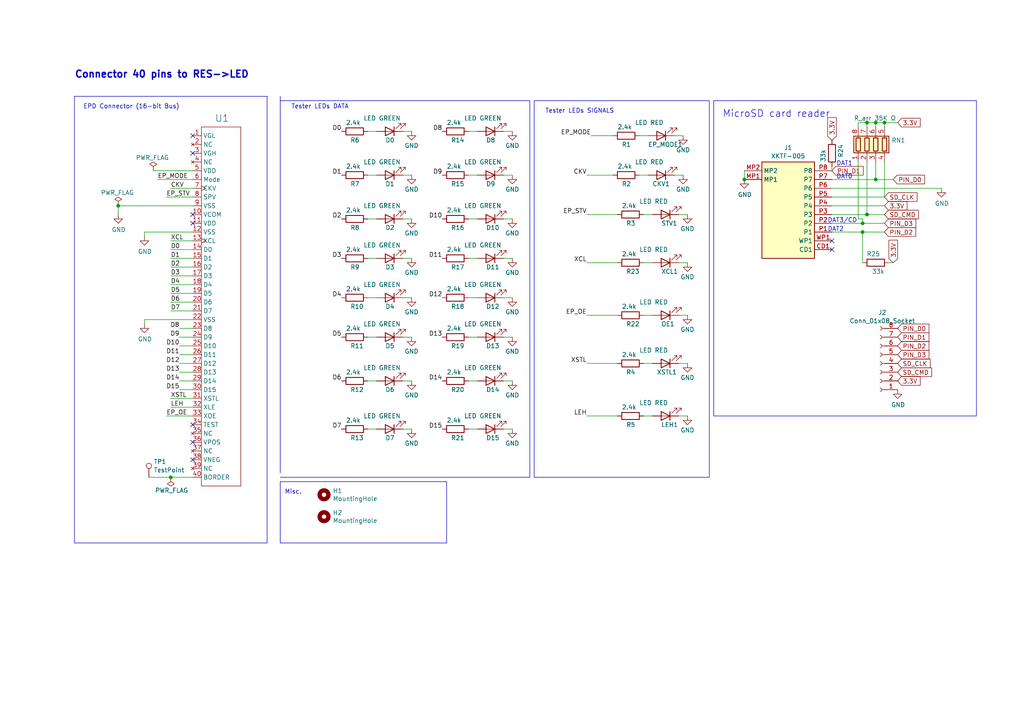
<source format=kicad_sch>
(kicad_sch (version 20230121) (generator eeschema)
  (paper "A4")
  (title_block (title "40 pins to 16 bit signals tester (16 data IO + LEH,etc)") (date "2023-10-21") (rev "1.0") (company "FASANI CORP."))
  (lib_symbols
    (symbol "Connector:Conn_01x08_Socket" (pin_names (offset 1.016) hide)
      (property "Reference" "J" (at 0 10.16 0))
      (property "Value" "Conn_01x08_Socket" (at 0 -12.7 0))
      (symbol "Conn_01x08_Socket_1_1"
        (arc (start 0 -9.652) (mid -0.5058 -10.16) (end 0 -10.668) (stroke (width 0.1524)))
        (arc (start 0 -7.112) (mid -0.5058 -7.62) (end 0 -8.128) (stroke (width 0.1524)))
        (arc (start 0 -4.572) (mid -0.5058 -5.08) (end 0 -5.588) (stroke (width 0.1524)))
        (arc (start 0 -2.032) (mid -0.5058 -2.54) (end 0 -3.048) (stroke (width 0.1524)))
        (polyline (pts (xy -1.27 -10.16) (xy -0.508 -10.16)) (stroke (width 0.1524)))
        (polyline (pts (xy -1.27 -7.62) (xy -0.508 -7.62)) (stroke (width 0.1524)))
        (polyline (pts (xy -1.27 -5.08) (xy -0.508 -5.08)) (stroke (width 0.1524)))
        (polyline (pts (xy -1.27 -2.54) (xy -0.508 -2.54)) (stroke (width 0.1524)))
        (polyline (pts (xy -1.27 0) (xy -0.508 0)) (stroke (width 0.1524)))
        (polyline (pts (xy -1.27 2.54) (xy -0.508 2.54)) (stroke (width 0.1524)))
        (polyline (pts (xy -1.27 5.08) (xy -0.508 5.08)) (stroke (width 0.1524)))
        (polyline (pts (xy -1.27 7.62) (xy -0.508 7.62)) (stroke (width 0.1524)))
        (arc (start 0 0.508) (mid -0.5058 0) (end 0 -0.508) (stroke (width 0.1524)))
        (arc (start 0 3.048) (mid -0.5058 2.54) (end 0 2.032) (stroke (width 0.1524)))
        (arc (start 0 5.588) (mid -0.5058 5.08) (end 0 4.572) (stroke (width 0.1524)))
        (arc (start 0 8.128) (mid -0.5058 7.62) (end 0 7.112) (stroke (width 0.1524)))
        (pin passive line (at -5.08 7.62 0) (length 3.81) (name "Pin_1") (number "1"))
        (pin passive line (at -5.08 5.08 0) (length 3.81) (name "Pin_2") (number "2"))
        (pin passive line (at -5.08 2.54 0) (length 3.81) (name "Pin_3") (number "3"))
        (pin passive line (at -5.08 0 0) (length 3.81) (name "Pin_4") (number "4"))
        (pin passive line (at -5.08 -2.54 0) (length 3.81) (name "Pin_5") (number "5"))
        (pin passive line (at -5.08 -5.08 0) (length 3.81) (name "Pin_6") (number "6"))
        (pin passive line (at -5.08 -7.62 0) (length 3.81) (name "Pin_7") (number "7"))
        (pin passive line (at -5.08 -10.16 0) (length 3.81) (name "Pin_8") (number "8"))
      )
    )
    (symbol "Connector:TestPoint" (pin_numbers hide) (pin_names (offset 0.762) hide)
      (property "Reference" "TP" (at 0 6.858 0))
      (property "Value" "TestPoint" (at 0 5.08 0))
      (symbol "TestPoint_0_1"
        (circle (center 0 3.302) (radius 0.762))
      )
      (symbol "TestPoint_1_1"
        (pin passive line (at 0 0 90) (length 2.54) (name "1") (number "1"))
      )
    )
    (symbol "Device:LED" (pin_numbers hide) (pin_names (offset 1.016) hide)
      (property "Reference" "D" (at 0 2.54 0))
      (property "Value" "LED" (at 0 -2.54 0))
      (symbol "LED_0_1"
        (polyline (pts (xy -1.27 -1.27) (xy -1.27 1.27)) (stroke (width 0.254)))
        (polyline (pts (xy -1.27 0) (xy 1.27 0)))
        (polyline (pts (xy 1.27 -1.27) (xy 1.27 1.27) (xy -1.27 0) (xy 1.27 -1.27)) (stroke (width 0.254)))
        (polyline (pts (xy -3.048 -0.762) (xy -4.572 -2.286) (xy -3.81 -2.286) (xy -4.572 -2.286) (xy -4.572 -1.524)))
        (polyline (pts (xy -1.778 -0.762) (xy -3.302 -2.286) (xy -2.54 -2.286) (xy -3.302 -2.286) (xy -3.302 -1.524)))
      )
      (symbol "LED_1_1"
        (pin passive line (at -3.81 0 0) (length 2.54) (name "K") (number "1"))
        (pin passive line (at 3.81 0 180) (length 2.54) (name "A") (number "2"))
      )
    )
    (symbol "Device:R" (pin_numbers hide) (pin_names (offset 0))
      (property "Reference" "R" (at 2.032 0 90))
      (property "Value" "R" (at 0 0 90))
      (symbol "R_0_1"
        (rectangle (start -1.016 -2.54) (end 1.016 2.54) (stroke (width 0.254)))
      )
      (symbol "R_1_1"
        (pin passive line (at 0 3.81 270) (length 1.27) (name "~") (number "1"))
        (pin passive line (at 0 -3.81 90) (length 1.27) (name "~") (number "2"))
      )
    )
    (symbol "Device:R_Pack04" (pin_names (offset 0) hide)
      (property "Reference" "RN" (at -7.62 0 90))
      (property "Value" "R_Pack04" (at 5.08 0 90))
      (symbol "R_Pack04_0_1"
        (rectangle (start -6.35 -2.413) (end 3.81 2.413) (stroke (width 0.254)) (fill (type background)))
        (rectangle (start -5.715 1.905) (end -4.445 -1.905) (stroke (width 0.254)))
        (rectangle (start -3.175 1.905) (end -1.905 -1.905) (stroke (width 0.254)))
        (rectangle (start -0.635 1.905) (end 0.635 -1.905) (stroke (width 0.254)))
        (polyline (pts (xy -5.08 -2.54) (xy -5.08 -1.905)))
        (polyline (pts (xy -5.08 1.905) (xy -5.08 2.54)))
        (polyline (pts (xy -2.54 -2.54) (xy -2.54 -1.905)))
        (polyline (pts (xy -2.54 1.905) (xy -2.54 2.54)))
        (polyline (pts (xy 0 -2.54) (xy 0 -1.905)))
        (polyline (pts (xy 0 1.905) (xy 0 2.54)))
        (polyline (pts (xy 2.54 -2.54) (xy 2.54 -1.905)))
        (polyline (pts (xy 2.54 1.905) (xy 2.54 2.54)))
        (rectangle (start 1.905 1.905) (end 3.175 -1.905) (stroke (width 0.254)))
      )
      (symbol "R_Pack04_1_1"
        (pin passive line (at -5.08 -5.08 90) (length 2.54) (name "R1.1") (number "1"))
        (pin passive line (at -2.54 -5.08 90) (length 2.54) (name "R2.1") (number "2"))
        (pin passive line (at 0 -5.08 90) (length 2.54) (name "R3.1") (number "3"))
        (pin passive line (at 2.54 -5.08 90) (length 2.54) (name "R4.1") (number "4"))
        (pin passive line (at 2.54 5.08 270) (length 2.54) (name "R4.2") (number "5"))
        (pin passive line (at 0 5.08 270) (length 2.54) (name "R3.2") (number "6"))
        (pin passive line (at -2.54 5.08 270) (length 2.54) (name "R2.2") (number "7"))
        (pin passive line (at -5.08 5.08 270) (length 2.54) (name "R1.2") (number "8"))
      )
    )
    (symbol "Mechanical:MountingHole" (pin_names (offset 1.016))
      (property "Reference" "H" (at 0 5.08 0))
      (property "Value" "MountingHole" (at 0 3.175 0))
      (symbol "MountingHole_0_1"
        (circle (center 0 0) (radius 1.27) (stroke (width 1.27)))
      )
    )
    (symbol "epdiy:ED078KH6"
      (property "Reference" "U" (at 5.08 -104.14 0))
      (property "Value" "ED078KH6" (at 7.62 3.81 0))
      (symbol "ED078KH6_0_0"
        (pin power_in line (at 0 0 0) (length 2.54) (name "VGL") (number "1"))
        (pin power_in line (at 0 -22.86 0) (length 2.54) (name "VCOM") (number "10"))
        (pin power_in line (at 0 -25.4 0) (length 2.54) (name "VDD") (number "11"))
        (pin power_in line (at 0 -27.94 0) (length 2.54) (name "VSS") (number "12"))
        (pin input clock (at 0 -30.48 0) (length 2.54) (name "XCL") (number "13"))
        (pin input line (at 0 -33.02 0) (length 2.54) (name "D0") (number "14"))
        (pin input line (at 0 -35.56 0) (length 2.54) (name "D1") (number "15"))
        (pin input line (at 0 -38.1 0) (length 2.54) (name "D2") (number "16"))
        (pin input line (at 0 -40.64 0) (length 2.54) (name "D3") (number "17"))
        (pin input line (at 0 -43.18 0) (length 2.54) (name "D4") (number "18"))
        (pin input line (at 0 -45.72 0) (length 2.54) (name "D5") (number "19"))
        (pin no_connect line (at 0 -2.54 0) (length 2.54) (name "NC") (number "2"))
        (pin input line (at 0 -48.26 0) (length 2.54) (name "D6") (number "20"))
        (pin input line (at 0 -50.8 0) (length 2.54) (name "D7") (number "21"))
        (pin power_in line (at 0 -53.34 0) (length 2.54) (name "VSS") (number "22"))
        (pin input line (at 0 -55.88 0) (length 2.54) (name "D8") (number "23"))
        (pin input line (at 0 -58.42 0) (length 2.54) (name "D9") (number "24"))
        (pin input line (at 0 -60.96 0) (length 2.54) (name "D10") (number "25"))
        (pin input line (at 0 -63.5 0) (length 2.54) (name "D11") (number "26"))
        (pin input line (at 0 -66.04 0) (length 2.54) (name "D12") (number "27"))
        (pin input line (at 0 -68.58 0) (length 2.54) (name "D13") (number "28"))
        (pin input line (at 0 -71.12 0) (length 2.54) (name "D14") (number "29"))
        (pin power_in line (at 0 -5.08 0) (length 2.54) (name "VGH") (number "3"))
        (pin input line (at 0 -73.66 0) (length 2.54) (name "D15") (number "30"))
        (pin input line (at 0 -76.2 0) (length 2.54) (name "XSTL") (number "31"))
        (pin input line (at 0 -78.74 0) (length 2.54) (name "XLE") (number "32"))
        (pin input line (at 0 -81.28 0) (length 2.54) (name "XOE") (number "33"))
        (pin input line (at 0 -83.82 0) (length 2.54) (name "TEST") (number "34"))
        (pin no_connect line (at 0 -86.36 0) (length 2.54) (name "NC") (number "35"))
        (pin power_in line (at 0 -88.9 0) (length 2.54) (name "VPOS") (number "36"))
        (pin no_connect line (at 0 -91.44 0) (length 2.54) (name "NC") (number "37"))
        (pin power_in line (at 0 -93.98 0) (length 2.54) (name "VNEG") (number "38"))
        (pin no_connect line (at 0 -96.52 0) (length 2.54) (name "NC") (number "39"))
        (pin no_connect line (at 0 -7.62 0) (length 2.54) (name "NC") (number "4"))
        (pin power_in line (at 0 -99.06 0) (length 2.54) (name "BORDER") (number "40"))
        (pin power_in line (at 0 -10.16 0) (length 2.54) (name "VDD") (number "5"))
        (pin input line (at 0 -12.7 0) (length 2.54) (name "Mode") (number "6"))
        (pin input clock (at 0 -15.24 0) (length 2.54) (name "CKV") (number "7"))
        (pin input line (at 0 -17.78 0) (length 2.54) (name "SPV") (number "8"))
        (pin power_in line (at 0 -20.32 0) (length 2.54) (name "VSS") (number "9"))
      )
      (symbol "ED078KH6_0_1"
        (rectangle (start 2.54 2.54) (end 13.97 -101.6) (stroke (width 0.1524)))
      )
    )
    (symbol "microSD:XKTF-005"
      (property "Reference" "J" (at 21.59 7.62 0))
      (property "Value" "XKTF-005" (at 21.59 5.08 0))
      (symbol "XKTF-005_1_1"
        (rectangle (start 5.08 2.54) (end 20.32 -25.4) (stroke (width 0.254)) (fill (type background)))
        (pin passive line (at 25.4 -22.86 180) (length 5.08) (name "CD1") (number "CD1"))
        (pin passive line (at 0 -2.54 0) (length 5.08) (name "MP1") (number "MP1"))
        (pin passive line (at 0 0 0) (length 5.08) (name "MP2") (number "MP2"))
        (pin passive line (at 25.4 -17.78 180) (length 5.08) (name "P1") (number "P1"))
        (pin passive line (at 25.4 -15.24 180) (length 5.08) (name "P2") (number "P2"))
        (pin passive line (at 25.4 -12.7 180) (length 5.08) (name "P3") (number "P3"))
        (pin passive line (at 25.4 -10.16 180) (length 5.08) (name "P4") (number "P4"))
        (pin passive line (at 25.4 -7.62 180) (length 5.08) (name "P5") (number "P5"))
        (pin passive line (at 25.4 -5.08 180) (length 5.08) (name "P6") (number "P6"))
        (pin passive line (at 25.4 -2.54 180) (length 5.08) (name "P7") (number "P7"))
        (pin passive line (at 25.4 0 180) (length 5.08) (name "P8") (number "P8"))
        (pin passive line (at 25.4 -20.32 180) (length 5.08) (name "WP1") (number "WP1"))
      )
    )
    (symbol "power:GND" (power) (pin_names (offset 0))
      (property "Value" "GND" (at 0 -3.81 0))
      (symbol "GND_0_1"
        (polyline (pts (xy 0 0) (xy 0 -1.27) (xy 1.27 -1.27) (xy 0 -2.54) (xy -1.27 -1.27) (xy 0 -1.27)))
      )
      (symbol "GND_1_1"
        (pin power_in line (at 0 0 270) (length 0) hide (name "GND") (number "1"))
      )
    )
    (symbol "power:PWR_FLAG" (power) (pin_numbers hide) (pin_names (offset 0) hide)
      (property "Value" "PWR_FLAG" (at 0 3.81 0))
      (symbol "PWR_FLAG_0_0"
        (pin power_out line (at 0 0 90) (length 0) (name "pwr") (number "1"))
      )
      (symbol "PWR_FLAG_0_1"
        (polyline (pts (xy 0 0) (xy 0 1.27) (xy -1.016 1.905) (xy 0 2.54) (xy 1.016 1.905) (xy 0 1.27)))
      )
    )
  )
  (junction (at 251.46 35.56))
  (junction (at 215.9 52.07))
  (junction (at 256.54 35.56))
  (junction (at 251.46 62.23))
  (junction (at 49.53 138.43))
  (junction (at 254 52.07))
  (junction (at 250.19 67.31))
  (junction (at 254 35.56))
  (junction (at 250.19 64.77))
  (junction (at 34.29 59.69))
  (no_connect (at 241.3 72.39))
  (no_connect (at 55.88 133.35))
  (no_connect (at 55.88 39.37))
  (no_connect (at 241.3 69.85))
  (no_connect (at 55.88 62.23))
  (no_connect (at 55.88 128.27))
  (no_connect (at 55.88 123.19))
  (no_connect (at 55.88 44.45))
  (no_connect (at 55.88 64.77))
  (wire (pts (xy 250.19 67.31) (xy 241.3 67.31)))
  (wire (pts (xy 41.91 67.31) (xy 55.88 67.31)))
  (wire (pts (xy 148.59 124.46) (xy 146.05 124.46)))
  (wire (pts (xy 106.68 97.79) (xy 109.22 97.79)))
  (wire (pts (xy 256.54 67.31) (xy 250.19 67.31)))
  (wire (pts (xy 34.29 59.69) (xy 34.29 62.23)))
  (wire (pts (xy 135.89 97.79) (xy 138.43 97.79)))
  (wire (pts (xy 52.07 100.33) (xy 55.88 100.33)))
  (wire (pts (xy 52.07 105.41) (xy 55.88 105.41)))
  (wire (pts (xy 170.18 62.23) (xy 179.07 62.23)))
  (wire (pts (xy 49.53 54.61) (xy 55.88 54.61)))
  (wire (pts (xy 248.92 63.5) (xy 248.92 46.99)))
  (wire (pts (xy 135.89 50.8) (xy 138.43 50.8)))
  (wire (pts (xy 251.46 46.99) (xy 251.46 62.23)))
  (wire (pts (xy 49.53 87.63) (xy 55.88 87.63)))
  (wire (pts (xy 148.59 50.8) (xy 146.05 50.8)))
  (wire (pts (xy 251.46 35.56) (xy 254 35.56)))
  (wire (pts (xy 119.38 110.49) (xy 116.84 110.49)))
  (wire (pts (xy 52.07 102.87) (xy 55.88 102.87)))
  (polyline (pts (xy 153.67 29.21) (xy 153.67 138.43)))
  (wire (pts (xy 273.05 54.61) (xy 241.3 54.61)))
  (polyline (pts (xy 21.59 157.48) (xy 21.59 27.94)))
  (wire (pts (xy 250.19 64.77) (xy 256.54 64.77)))
  (wire (pts (xy 241.3 52.07) (xy 254 52.07)))
  (wire (pts (xy 170.18 105.41) (xy 179.07 105.41)))
  (wire (pts (xy 251.46 62.23) (xy 256.54 62.23)))
  (wire (pts (xy 135.89 38.1) (xy 138.43 38.1)))
  (polyline (pts (xy 81.28 27.94) (xy 81.28 137.16)))
  (wire (pts (xy 215.9 49.53) (xy 215.9 52.07)))
  (wire (pts (xy 256.54 46.99) (xy 256.54 57.15)))
  (polyline (pts (xy 129.54 157.48) (xy 81.28 157.48)))
  (wire (pts (xy 49.53 69.85) (xy 55.88 69.85)))
  (polyline (pts (xy 77.47 27.94) (xy 77.47 157.48)))
  (wire (pts (xy 119.38 124.46) (xy 116.84 124.46)))
  (wire (pts (xy 106.68 124.46) (xy 109.22 124.46)))
  (polyline (pts (xy 153.67 138.43) (xy 81.28 138.43)))
  (wire (pts (xy 198.12 50.8) (xy 195.58 50.8)))
  (wire (pts (xy 52.07 95.25) (xy 55.88 95.25)))
  (wire (pts (xy 49.53 72.39) (xy 55.88 72.39)))
  (wire (pts (xy 186.69 62.23) (xy 189.23 62.23)))
  (wire (pts (xy 44.45 49.53) (xy 55.88 49.53)))
  (wire (pts (xy 170.18 91.44) (xy 179.07 91.44)))
  (wire (pts (xy 259.08 76.2) (xy 257.81 76.2)))
  (polyline (pts (xy 81.28 29.21) (xy 153.67 29.21)))
  (wire (pts (xy 49.53 90.17) (xy 55.88 90.17)))
  (wire (pts (xy 148.59 110.49) (xy 146.05 110.49)))
  (polyline (pts (xy 21.59 27.94) (xy 77.47 27.94)))
  (wire (pts (xy 254 35.56) (xy 254 36.83)))
  (wire (pts (xy 135.89 124.46) (xy 138.43 124.46)))
  (wire (pts (xy 254 35.56) (xy 256.54 35.56)))
  (wire (pts (xy 43.18 138.43) (xy 49.53 138.43)))
  (polyline (pts (xy 154.94 29.21) (xy 154.94 138.43)))
  (wire (pts (xy 135.89 74.93) (xy 138.43 74.93)))
  (wire (pts (xy 49.53 118.11) (xy 55.88 118.11)))
  (wire (pts (xy 119.38 74.93) (xy 116.84 74.93)))
  (wire (pts (xy 148.59 74.93) (xy 146.05 74.93)))
  (wire (pts (xy 135.89 63.5) (xy 138.43 63.5)))
  (wire (pts (xy 49.53 82.55) (xy 55.88 82.55)))
  (wire (pts (xy 119.38 97.79) (xy 116.84 97.79)))
  (wire (pts (xy 148.59 97.79) (xy 146.05 97.79)))
  (wire (pts (xy 34.29 59.69) (xy 55.88 59.69)))
  (wire (pts (xy 198.12 39.37) (xy 195.58 39.37)))
  (wire (pts (xy 248.92 35.56) (xy 251.46 35.56)))
  (wire (pts (xy 171.45 39.37) (xy 177.8 39.37)))
  (wire (pts (xy 119.38 38.1) (xy 116.84 38.1)))
  (wire (pts (xy 41.91 92.71) (xy 55.88 92.71)))
  (wire (pts (xy 256.54 35.56) (xy 256.54 36.83)))
  (wire (pts (xy 254 52.07) (xy 259.08 52.07)))
  (polyline (pts (xy 81.28 139.7) (xy 81.28 157.48)))
  (wire (pts (xy 106.68 86.36) (xy 109.22 86.36)))
  (wire (pts (xy 135.89 86.36) (xy 138.43 86.36)))
  (wire (pts (xy 41.91 68.58) (xy 41.91 67.31)))
  (wire (pts (xy 170.18 50.8) (xy 177.8 50.8)))
  (wire (pts (xy 148.59 86.36) (xy 146.05 86.36)))
  (wire (pts (xy 49.53 115.57) (xy 55.88 115.57)))
  (wire (pts (xy 199.39 91.44) (xy 196.85 91.44)))
  (wire (pts (xy 199.39 76.2) (xy 196.85 76.2)))
  (wire (pts (xy 185.42 50.8) (xy 187.96 50.8)))
  (wire (pts (xy 248.92 63.5) (xy 250.19 63.5)))
  (wire (pts (xy 241.3 48.26) (xy 241.3 49.53)))
  (wire (pts (xy 49.53 77.47) (xy 55.88 77.47)))
  (wire (pts (xy 52.07 113.03) (xy 55.88 113.03)))
  (wire (pts (xy 186.69 120.65) (xy 189.23 120.65)))
  (wire (pts (xy 250.19 63.5) (xy 250.19 64.77)))
  (polyline (pts (xy 205.74 138.43) (xy 154.94 138.43)))
  (wire (pts (xy 52.07 107.95) (xy 55.88 107.95)))
  (wire (pts (xy 119.38 63.5) (xy 116.84 63.5)))
  (polyline (pts (xy 154.94 29.21) (xy 205.74 29.21)))
  (wire (pts (xy 49.53 138.43) (xy 55.88 138.43)))
  (wire (pts (xy 119.38 50.8) (xy 116.84 50.8)))
  (wire (pts (xy 186.69 76.2) (xy 189.23 76.2)))
  (wire (pts (xy 186.69 105.41) (xy 189.23 105.41)))
  (wire (pts (xy 135.89 110.49) (xy 138.43 110.49)))
  (polyline (pts (xy 81.28 139.7) (xy 129.54 139.7)))
  (wire (pts (xy 106.68 74.93) (xy 109.22 74.93)))
  (wire (pts (xy 241.3 62.23) (xy 251.46 62.23)))
  (wire (pts (xy 119.38 86.36) (xy 116.84 86.36)))
  (wire (pts (xy 106.68 110.49) (xy 109.22 110.49)))
  (wire (pts (xy 254 46.99) (xy 254 52.07)))
  (wire (pts (xy 48.26 120.65) (xy 55.88 120.65)))
  (wire (pts (xy 106.68 63.5) (xy 109.22 63.5)))
  (wire (pts (xy 251.46 35.56) (xy 251.46 36.83)))
  (wire (pts (xy 106.68 50.8) (xy 109.22 50.8)))
  (wire (pts (xy 256.54 59.69) (xy 241.3 59.69)))
  (wire (pts (xy 45.72 52.07) (xy 55.88 52.07)))
  (wire (pts (xy 241.3 57.15) (xy 256.54 57.15)))
  (wire (pts (xy 148.59 63.5) (xy 146.05 63.5)))
  (wire (pts (xy 106.68 38.1) (xy 109.22 38.1)))
  (wire (pts (xy 49.53 85.09) (xy 55.88 85.09)))
  (wire (pts (xy 49.53 74.93) (xy 55.88 74.93)))
  (wire (pts (xy 170.18 76.2) (xy 179.07 76.2)))
  (wire (pts (xy 41.91 93.98) (xy 41.91 92.71)))
  (wire (pts (xy 250.19 67.31) (xy 250.19 76.2)))
  (wire (pts (xy 49.53 80.01) (xy 55.88 80.01)))
  (polyline (pts (xy 205.74 29.21) (xy 205.74 138.43)))
  (wire (pts (xy 241.3 64.77) (xy 250.19 64.77)))
  (wire (pts (xy 248.92 35.56) (xy 248.92 36.83)))
  (wire (pts (xy 170.18 120.65) (xy 179.07 120.65)))
  (wire (pts (xy 199.39 105.41) (xy 196.85 105.41)))
  (wire (pts (xy 52.07 110.49) (xy 55.88 110.49)))
  (wire (pts (xy 256.54 35.56) (xy 260.35 35.56)))
  (wire (pts (xy 48.26 57.15) (xy 55.88 57.15)))
  (wire (pts (xy 185.42 39.37) (xy 187.96 39.37)))
  (wire (pts (xy 186.69 91.44) (xy 189.23 91.44)))
  (polyline (pts (xy 77.47 157.48) (xy 21.59 157.48)))
  (wire (pts (xy 148.59 38.1) (xy 146.05 38.1)))
  (wire (pts (xy 199.39 62.23) (xy 196.85 62.23)))
  (polyline (pts (xy 129.54 139.7) (xy 129.54 157.48)))
  (wire (pts (xy 52.07 97.79) (xy 55.88 97.79)))
  (wire (pts (xy 199.39 120.65) (xy 196.85 120.65)))
  (rectangle (start 207.01 29.21) (end 283.21 120.65))
  (text "DAT0" (at 242.57 52.07 0) (effects (font (size 1.27 1.27)) (justify left bottom)))
  (text "Tester LEDs SIGNALS" (at 158.115 33.02 0) (effects (font (size 1.27 1.27)) (justify left bottom)))
  (text "MicroSD card reader" (at 209.55 34.29 0) (effects (font (size 2 2)) (justify left bottom)))
  (text "Misc." (at 82.55 143.51 0) (effects (font (size 1.27 1.27)) (justify left bottom)))
  (text "Tester LEDs DATA" (at 84.455 31.75 0) (effects (font (size 1.27 1.27)) (justify left bottom)))
  (text "Connector 40 pins to RES->LED" (at 21.59 22.86 0) (effects (font (size 2 2) (thickness 0.4) bold) (justify left bottom)))
  (text "EPD Connector (16-bit Bus)" (at 24.13 31.75 0) (effects (font (size 1.27 1.27)) (justify left bottom)))
  (text "DAT1" (at 242.57 48.26 0) (effects (font (size 1.27 1.27)) (justify left bottom)))
  (text "DAT3/CD" (at 240.03 64.77 0) (effects (font (size 1.27 1.27)) (justify left bottom)))
  (text "DAT2" (at 240.03 67.31 0) (effects (font (size 1.27 1.27)) (justify left bottom)))
  (label "D11" (at 128.27 74.93 180))
  (label "D2" (at 49.53 77.47 0))
  (label "XCL" (at 170.18 76.2 180))
  (label "D9" (at 52.07 97.79 180))
  (label "D15" (at 128.27 124.46 180))
  (label "D4" (at 99.06 86.36 180))
  (label "D1" (at 99.06 50.8 180))
  (label "EP_MODE" (at 45.72 52.07 0))
  (label "D6" (at 99.06 110.49 180))
  (label "D7" (at 99.06 124.46 180))
  (label "XSTL" (at 49.53 115.57 0))
  (label "D11" (at 52.07 102.87 180))
  (label "D0" (at 49.53 72.39 0))
  (label "D5" (at 49.53 85.09 0))
  (label "D7" (at 49.53 90.17 0))
  (label "XCL" (at 49.53 69.85 0))
  (label "EP_STV" (at 170.18 62.23 180))
  (label "D13" (at 52.07 107.95 180))
  (label "D5" (at 99.06 97.79 180))
  (label "D12" (at 52.07 105.41 180))
  (label "EP_MODE" (at 171.45 39.37 180))
  (label "EP_OE" (at 48.26 120.65 0))
  (label "D14" (at 128.27 110.49 180))
  (label "D8" (at 128.27 38.1 180))
  (label "LEH" (at 49.53 118.11 0))
  (label "D13" (at 128.27 97.79 180))
  (label "CKV" (at 170.18 50.8 180))
  (label "D3" (at 49.53 80.01 0))
  (label "LEH" (at 170.18 120.65 180))
  (label "EP_STV" (at 48.26 57.15 0))
  (label "D6" (at 49.53 87.63 0))
  (label "D2" (at 99.06 63.5 180))
  (label "D15" (at 52.07 113.03 180))
  (label "CKV" (at 49.53 54.61 0))
  (label "D4" (at 49.53 82.55 0))
  (label "D10" (at 128.27 63.5 180))
  (label "EP_OE" (at 170.18 91.44 180))
  (label "D12" (at 128.27 86.36 180))
  (label "D14" (at 52.07 110.49 180))
  (label "D9" (at 128.27 50.8 180))
  (label "D0" (at 99.06 38.1 180))
  (label "D1" (at 49.53 74.93 0))
  (label "XSTL" (at 170.18 105.41 180))
  (label "D8" (at 52.07 95.25 180))
  (label "D3" (at 99.06 74.93 180))
  (label "D10" (at 52.07 100.33 180))
  (global_label "PIN_D1" (shape input) (at 241.3 49.53 0) (property "Intersheetrefs" "${INTERSHEET_REFS}" (effects hide)))
  (global_label "3.3V" (shape input) (at 260.35 35.56 0) (property "Intersheetrefs" "${INTERSHEET_REFS}" (effects hide)) (property "Referenzen zwischen Schaltplänen" "${INTERSHEET_REFS}" (effects hide)))
  (global_label "PIN_D1" (shape input) (at 260.35 97.79 0) (property "Intersheetrefs" "${INTERSHEET_REFS}" (effects hide)))
  (global_label "PIN_D0" (shape input) (at 259.08 52.07 0) (property "Intersheetrefs" "${INTERSHEET_REFS}" (effects hide)))
  (global_label "PIN_D2" (shape input) (at 260.35 100.33 0) (property "Intersheetrefs" "${INTERSHEET_REFS}" (effects hide)))
  (global_label "3.3V" (shape input) (at 259.08 76.2 90) (property "Intersheetrefs" "${INTERSHEET_REFS}" (effects hide)) (property "Referenzen zwischen Schaltplänen" "${INTERSHEET_REFS}" (effects hide)))
  (global_label "3.3V" (shape input) (at 256.54 59.69 0) (property "Intersheetrefs" "${INTERSHEET_REFS}" (effects hide)) (property "Referenzen zwischen Schaltplänen" "${INTERSHEET_REFS}" (effects hide)))
  (global_label "SD_CMD" (shape input) (at 260.35 107.95 0) (property "Intersheetrefs" "${INTERSHEET_REFS}" (effects hide)))
  (global_label "PIN_D0" (shape input) (at 260.35 95.25 0) (property "Intersheetrefs" "${INTERSHEET_REFS}" (effects hide)))
  (global_label "SD_CLK" (shape input) (at 256.54 57.15 0) (property "Intersheetrefs" "${INTERSHEET_REFS}" (effects hide)))
  (global_label "PIN_D3" (shape input) (at 260.35 102.87 0) (property "Intersheetrefs" "${INTERSHEET_REFS}" (effects hide)))
  (global_label "PIN_D2" (shape input) (at 256.54 67.31 0) (property "Intersheetrefs" "${INTERSHEET_REFS}" (effects hide)))
  (global_label "3.3V" (shape input) (at 241.3 40.64 90) (property "Intersheetrefs" "${INTERSHEET_REFS}" (effects hide)) (property "Referenzen zwischen Schaltplänen" "${INTERSHEET_REFS}" (effects hide)))
  (global_label "SD_CMD" (shape input) (at 256.54 62.23 0) (property "Intersheetrefs" "${INTERSHEET_REFS}" (effects hide)))
  (global_label "SD_CLK" (shape input) (at 260.35 105.41 0) (property "Intersheetrefs" "${INTERSHEET_REFS}" (effects hide)))
  (global_label "3.3V" (shape input) (at 260.35 110.49 0) (property "Intersheetrefs" "${INTERSHEET_REFS}" (effects hide)) (property "Referenzen zwischen Schaltplänen" "${INTERSHEET_REFS}" (effects hide)))
  (global_label "PIN_D3" (shape input) (at 256.54 64.77 0) (property "Intersheetrefs" "${INTERSHEET_REFS}" (effects hide)))
  (symbol (lib_id "Device:R") (at 182.88 91.44 270) (unit 1)
    (property "Reference" "R22" (at 181.61 93.98 90) (effects (justify left)))
    (property "Value" "2.4k" (at 180.34 88.9 90) (effects (justify left)))
    (property "Footprint" "Resistor_SMD:R_0603_1608Metric" (effects hide))
    (property "LCSC" "C22940" (effects hide))
  )
  (symbol (lib_id "power:GND") (at 41.91 68.58 0) (unit 1)
    (property "Reference" "#PWR06" (effects hide))
    (property "Value" "GND" (at 42.037 72.9742 0))
  )
  (symbol (lib_id "Device:LED") (at 193.04 91.44 180) (unit 1)
    (property "Reference" "OE1" (at 191.77 93.98 0) (effects (justify right)))
    (property "Value" "LED RED" (at 185.42 87.63 0) (effects (justify right)))
    (property "Footprint" "LED_SMD:LED_0805_2012Metric" (effects hide))
    (property "LCSC" "C84256" (effects hide))
  )
  (symbol (lib_id "Device:LED") (at 193.04 105.41 180) (unit 1)
    (property "Reference" "XSTL1" (at 190.5 107.95 0) (effects (justify right)))
    (property "Value" "LED RED" (at 185.42 101.6 0) (effects (justify right)))
    (property "Footprint" "LED_SMD:LED_0805_2012Metric" (effects hide))
    (property "LCSC" "C84256" (effects hide))
  )
  (symbol (lib_id "Device:R") (at 132.08 124.46 270) (unit 1)
    (property "Reference" "R21" (at 130.81 127 90) (effects (justify left)))
    (property "Value" "2.4k" (at 129.54 121.92 90) (effects (justify left)))
    (property "Footprint" "Resistor_SMD:R_0603_1608Metric" (effects hide))
    (property "LCSC" "C22940" (effects hide))
  )
  (symbol (lib_id "Device:LED") (at 142.24 38.1 180) (unit 1)
    (property "Reference" "D8" (at 140.97 40.64 0) (effects (justify right)))
    (property "Value" "LED GREEN" (at 134.62 34.29 0) (effects (justify right)))
    (property "Footprint" "LED_SMD:LED_0805_2012Metric" (effects hide))
    (property "LCSC" "C2297" (effects hide))
  )
  (symbol (lib_id "power:GND") (at 198.12 39.37 0) (unit 1)
    (property "Reference" "#PWR02" (effects hide))
    (property "Value" "GND" (at 198.12 43.5031 0))
  )
  (symbol (lib_id "Device:LED") (at 142.24 97.79 180) (unit 1)
    (property "Reference" "D13" (at 140.97 100.33 0) (effects (justify right)))
    (property "Value" "LED GREEN" (at 134.62 93.98 0) (effects (justify right)))
    (property "Footprint" "LED_SMD:LED_0805_2012Metric" (effects hide))
    (property "LCSC" "C2297" (effects hide))
  )
  (symbol (lib_id "power:GND") (at 148.59 63.5 0) (unit 1)
    (property "Reference" "#PWR019" (effects hide))
    (property "Value" "GND" (at 148.59 67.6331 0))
  )
  (symbol (lib_id "power:GND") (at 148.59 110.49 0) (unit 1)
    (property "Reference" "#PWR023" (effects hide))
    (property "Value" "GND" (at 148.59 114.6231 0))
  )
  (symbol (lib_id "power:GND") (at 199.39 62.23 0) (unit 1)
    (property "Reference" "#PWR04" (effects hide))
    (property "Value" "GND" (at 199.39 66.3631 0))
  )
  (symbol (lib_id "power:PWR_FLAG") (at 49.53 138.43 180) (unit 1)
    (property "Reference" "#U01" (effects hide))
    (property "Value" "PWR_FLAG" (at 54.61 142.24 0) (effects (justify left)))
  )
  (symbol (lib_id "Device:LED") (at 142.24 74.93 180) (unit 1)
    (property "Reference" "D11" (at 140.97 77.47 0) (effects (justify right)))
    (property "Value" "LED GREEN" (at 134.62 71.12 0) (effects (justify right)))
    (property "Footprint" "LED_SMD:LED_0805_2012Metric" (effects hide))
    (property "LCSC" "C2297" (effects hide))
  )
  (symbol (lib_id "power:GND") (at 199.39 76.2 0) (unit 1)
    (property "Reference" "#PWR026" (effects hide))
    (property "Value" "GND" (at 199.39 80.3331 0))
  )
  (symbol (lib_id "microSD:XKTF-005") (at 215.9 49.53 0) (unit 1)
    (property "Reference" "J1" (at 228.6 42.8457 0))
    (property "Value" "XKTF-005" (at 228.6 45.2699 0))
    (property "Footprint" "SD:XKTF005-SD" (effects hide))
    (property "Datasheet" "http://www.helloxkb.com/public/images/pdf/XKTF-005.pdf" (effects hide))
    (property "Height" "2.05" (effects hide))
    (property "Manufacturer_Name" "XKB Connectivity" (effects hide))
    (property "Manufacturer_Part_Number" "XKTF-005" (effects hide))
    (property "LCSC" "C2689687" (effects hide))
  )
  (symbol (lib_id "power:GND") (at 273.05 54.61 0) (unit 1)
    (property "Reference" "#PWR028" (effects hide))
    (property "Value" "GND" (at 273.177 59.0042 0))
  )
  (symbol (lib_id "Device:LED") (at 193.04 62.23 180) (unit 1)
    (property "Reference" "STV1" (at 191.77 64.77 0) (effects (justify right)))
    (property "Value" "LED RED" (at 185.42 58.42 0) (effects (justify right)))
    (property "Footprint" "LED_SMD:LED_0805_2012Metric" (effects hide))
    (property "LCSC" "C84256" (effects hide))
  )
  (symbol (lib_id "power:GND") (at 119.38 74.93 0) (unit 1)
    (property "Reference" "#PWR012" (effects hide))
    (property "Value" "GND" (at 119.38 79.0631 0))
  )
  (symbol (lib_id "Device:R") (at 132.08 50.8 270) (unit 1)
    (property "Reference" "R15" (at 130.81 53.34 90) (effects (justify left)))
    (property "Value" "2.4k" (at 129.54 48.26 90) (effects (justify left)))
    (property "Footprint" "Resistor_SMD:R_0603_1608Metric" (effects hide))
    (property "LCSC" "C22940" (effects hide))
  )
  (symbol (lib_id "power:GND") (at 148.59 50.8 0) (unit 1)
    (property "Reference" "#PWR018" (effects hide))
    (property "Value" "GND" (at 148.59 54.9331 0))
  )
  (symbol (lib_id "power:GND") (at 215.9 52.07 0) (unit 1)
    (property "Reference" "#PWR027" (effects hide))
    (property "Value" "GND" (at 216.027 56.4642 0))
  )
  (symbol (lib_id "Device:LED") (at 113.03 63.5 180) (unit 1)
    (property "Reference" "D2" (at 111.76 66.04 0) (effects (justify right)))
    (property "Value" "LED GREEN" (at 105.41 59.69 0) (effects (justify right)))
    (property "Footprint" "LED_SMD:LED_0805_2012Metric" (effects hide))
    (property "LCSC" "C2297" (effects hide))
  )
  (symbol (lib_id "Device:LED") (at 113.03 74.93 180) (unit 1)
    (property "Reference" "D3" (at 111.76 77.47 0) (effects (justify right)))
    (property "Value" "LED GREEN" (at 105.41 71.12 0) (effects (justify right)))
    (property "Footprint" "LED_SMD:LED_0805_2012Metric" (effects hide))
    (property "LCSC" "C2297" (effects hide))
  )
  (symbol (lib_id "Device:R") (at 254 76.2 90) (unit 1)
    (property "Reference" "R25" (at 255.27 73.66 90) (effects (justify left)))
    (property "Value" "33k" (at 256.54 78.74 90) (effects (justify left)))
    (property "Footprint" "Resistor_SMD:R_0603_1608Metric" (effects hide))
    (property "LCSC" "C4216" (effects hide))
  )
  (symbol (lib_id "power:GND") (at 119.38 110.49 0) (unit 1)
    (property "Reference" "#PWR015" (effects hide))
    (property "Value" "GND" (at 119.38 114.6231 0))
  )
  (symbol (lib_id "power:GND") (at 119.38 97.79 0) (unit 1)
    (property "Reference" "#PWR014" (effects hide))
    (property "Value" "GND" (at 119.38 101.9231 0))
  )
  (symbol (lib_id "power:GND") (at 198.12 50.8 0) (unit 1)
    (property "Reference" "#PWR03" (effects hide))
    (property "Value" "GND" (at 198.12 54.9331 0))
  )
  (symbol (lib_id "Device:R") (at 181.61 50.8 270) (unit 1)
    (property "Reference" "R2" (at 180.34 53.34 90) (effects (justify left)))
    (property "Value" "2.4k" (at 179.07 48.26 90) (effects (justify left)))
    (property "Footprint" "Resistor_SMD:R_0603_1608Metric" (effects hide))
    (property "LCSC" "C22940" (effects hide))
  )
  (symbol (lib_id "power:PWR_FLAG") (at 34.29 59.69 0) (unit 1)
    (property "Reference" "#U03" (effects hide))
    (property "Value" "PWR_FLAG" (at 29.21 55.88 0) (effects (justify left)))
  )
  (symbol (lib_id "Mechanical:MountingHole") (at 93.98 149.86 0) (unit 1) (in_bom no)
    (property "Reference" "H2" (at 96.52 148.6916 0) (effects (justify left)))
    (property "Value" "MountingHole" (at 96.52 151.003 0) (effects (justify left)))
    (property "Footprint" "MountingHole:MountingHole_2.2mm_M2" (effects hide))
  )
  (symbol (lib_id "power:GND") (at 119.38 38.1 0) (unit 1)
    (property "Reference" "#PWR09" (effects hide))
    (property "Value" "GND" (at 119.38 42.2331 0))
  )
  (symbol (lib_id "Device:R") (at 132.08 63.5 270) (unit 1)
    (property "Reference" "R16" (at 130.81 66.04 90) (effects (justify left)))
    (property "Value" "2.4k" (at 129.54 60.96 90) (effects (justify left)))
    (property "Footprint" "Resistor_SMD:R_0603_1608Metric" (effects hide))
    (property "LCSC" "C22940" (effects hide))
  )
  (symbol (lib_id "Device:LED") (at 142.24 86.36 180) (unit 1)
    (property "Reference" "D12" (at 140.97 88.9 0) (effects (justify right)))
    (property "Value" "LED GREEN" (at 134.62 82.55 0) (effects (justify right)))
    (property "Footprint" "LED_SMD:LED_0805_2012Metric" (effects hide))
    (property "LCSC" "C2297" (effects hide))
  )
  (symbol (lib_id "Device:R") (at 102.87 110.49 270) (unit 1)
    (property "Reference" "R12" (at 101.6 113.03 90) (effects (justify left)))
    (property "Value" "2.4k" (at 100.33 107.95 90) (effects (justify left)))
    (property "Footprint" "Resistor_SMD:R_0603_1608Metric" (effects hide))
    (property "LCSC" "C22940" (effects hide))
  )
  (symbol (lib_id "Device:LED") (at 113.03 38.1 180) (unit 1)
    (property "Reference" "D0" (at 111.76 40.64 0) (effects (justify right)))
    (property "Value" "LED GREEN" (at 105.41 34.29 0) (effects (justify right)))
    (property "Footprint" "LED_SMD:LED_0805_2012Metric" (effects hide))
    (property "LCSC" "C2297" (effects hide))
  )
  (symbol (lib_id "power:GND") (at 119.38 124.46 0) (unit 1)
    (property "Reference" "#PWR016" (effects hide))
    (property "Value" "GND" (at 119.38 128.5931 0))
  )
  (symbol (lib_id "power:GND") (at 41.91 93.98 0) (unit 1)
    (property "Reference" "#PWR07" (effects hide))
    (property "Value" "GND" (at 42.037 98.3742 0))
  )
  (symbol (lib_id "power:GND") (at 34.29 62.23 0) (unit 1)
    (property "Reference" "#PWR01" (effects hide))
    (property "Value" "GND" (at 34.417 66.6242 0))
  )
  (symbol (lib_id "power:GND") (at 260.35 113.03 0) (unit 1)
    (property "Reference" "#PWR029" (effects hide))
    (property "Value" "GND" (at 260.477 117.4242 0))
  )
  (symbol (lib_id "power:PWR_FLAG") (at 44.45 49.53 0) (unit 1)
    (property "Reference" "#U02" (effects hide))
    (property "Value" "PWR_FLAG" (at 39.37 45.72 0) (effects (justify left)))
  )
  (symbol (lib_id "Device:LED") (at 113.03 97.79 180) (unit 1)
    (property "Reference" "D5" (at 111.76 100.33 0) (effects (justify right)))
    (property "Value" "LED GREEN" (at 105.41 93.98 0) (effects (justify right)))
    (property "Footprint" "LED_SMD:LED_0805_2012Metric" (effects hide))
    (property "LCSC" "C2297" (effects hide))
  )
  (symbol (lib_id "Device:R") (at 132.08 38.1 270) (unit 1)
    (property "Reference" "R14" (at 130.81 40.64 90) (effects (justify left)))
    (property "Value" "2.4k" (at 129.54 35.56 90) (effects (justify left)))
    (property "Footprint" "Resistor_SMD:R_0603_1608Metric" (effects hide))
    (property "LCSC" "C22940" (effects hide))
  )
  (symbol (lib_id "power:GND") (at 199.39 120.65 0) (unit 1)
    (property "Reference" "#PWR08" (effects hide))
    (property "Value" "GND" (at 199.39 124.7831 0))
  )
  (symbol (lib_id "Device:R") (at 102.87 124.46 270) (unit 1)
    (property "Reference" "R13" (at 101.6 127 90) (effects (justify left)))
    (property "Value" "2.4k" (at 100.33 121.92 90) (effects (justify left)))
    (property "Footprint" "Resistor_SMD:R_0603_1608Metric" (effects hide))
    (property "LCSC" "C22940" (effects hide))
  )
  (symbol (lib_id "power:GND") (at 148.59 74.93 0) (unit 1)
    (property "Reference" "#PWR020" (effects hide))
    (property "Value" "GND" (at 148.59 79.0631 0))
  )
  (symbol (lib_id "Device:R") (at 102.87 38.1 270) (unit 1)
    (property "Reference" "R6" (at 101.6 40.64 90) (effects (justify left)))
    (property "Value" "2.4k" (at 100.33 35.56 90) (effects (justify left)))
    (property "Footprint" "Resistor_SMD:R_0603_1608Metric" (effects hide))
    (property "LCSC" "C22940" (effects hide))
  )
  (symbol (lib_id "Device:LED") (at 113.03 50.8 180) (unit 1)
    (property "Reference" "D1" (at 111.76 53.34 0) (effects (justify right)))
    (property "Value" "LED GREEN" (at 105.41 46.99 0) (effects (justify right)))
    (property "Footprint" "LED_SMD:LED_0805_2012Metric" (effects hide))
    (property "LCSC" "C2297" (effects hide))
  )
  (symbol (lib_id "epdiy:ED078KH6") (at 55.88 39.37 0) (unit 1)
    (property "Reference" "U1" (at 62.23 34.29 0) (effects (font (size 2 2)) (justify left)))
    (property "Value" "ED078KH6" (effects hide))
    (property "Footprint" "footprints:FH1240S05SH55" (effects hide))
    (property "LCSC" "C202114" (effects hide))
  )
  (symbol (lib_id "Device:LED") (at 142.24 110.49 180) (unit 1)
    (property "Reference" "D14" (at 140.97 113.03 0) (effects (justify right)))
    (property "Value" "LED GREEN" (at 134.62 106.68 0) (effects (justify right)))
    (property "Footprint" "LED_SMD:LED_0805_2012Metric" (effects hide))
    (property "LCSC" "C2297" (effects hide))
  )
  (symbol (lib_id "Device:R") (at 102.87 86.36 270) (unit 1)
    (property "Reference" "R10" (at 101.6 88.9 90) (effects (justify left)))
    (property "Value" "2.4k" (at 100.33 83.82 90) (effects (justify left)))
    (property "Footprint" "Resistor_SMD:R_0603_1608Metric" (effects hide))
    (property "LCSC" "C22940" (effects hide))
  )
  (symbol (lib_id "Device:R") (at 132.08 86.36 270) (unit 1)
    (property "Reference" "R18" (at 130.81 88.9 90) (effects (justify left)))
    (property "Value" "2.4k" (at 129.54 83.82 90) (effects (justify left)))
    (property "Footprint" "Resistor_SMD:R_0603_1608Metric" (effects hide))
    (property "LCSC" "C22940" (effects hide))
  )
  (symbol (lib_id "Device:R") (at 182.88 76.2 270) (unit 1)
    (property "Reference" "R23" (at 181.61 78.74 90) (effects (justify left)))
    (property "Value" "2.4k" (at 180.34 73.66 90) (effects (justify left)))
    (property "Footprint" "Resistor_SMD:R_0603_1608Metric" (effects hide))
    (property "LCSC" "C22940" (effects hide))
  )
  (symbol (lib_id "Device:LED") (at 193.04 76.2 180) (unit 1)
    (property "Reference" "XCL1" (at 191.77 78.74 0) (effects (justify right)))
    (property "Value" "LED RED" (at 185.42 72.39 0) (effects (justify right)))
    (property "Footprint" "LED_SMD:LED_0805_2012Metric" (effects hide))
    (property "LCSC" "C84256" (effects hide))
  )
  (symbol (lib_id "Device:R") (at 181.61 39.37 270) (unit 1)
    (property "Reference" "R1" (at 180.34 41.91 90) (effects (justify left)))
    (property "Value" "2.4k" (at 179.07 36.83 90) (effects (justify left)))
    (property "Footprint" "Resistor_SMD:R_0603_1608Metric" (effects hide))
    (property "LCSC" "C22940" (effects hide))
  )
  (symbol (lib_id "Device:LED") (at 113.03 110.49 180) (unit 1)
    (property "Reference" "D6" (at 111.76 113.03 0) (effects (justify right)))
    (property "Value" "LED GREEN" (at 105.41 106.68 0) (effects (justify right)))
    (property "Footprint" "LED_SMD:LED_0805_2012Metric" (effects hide))
    (property "LCSC" "C2297" (effects hide))
  )
  (symbol (lib_id "Connector:TestPoint") (at 43.18 138.43 0) (unit 1) (in_bom no)
    (property "Reference" "TP1" (at 44.577 133.9159 0) (effects (justify left)))
    (property "Value" "TestPoint" (at 44.577 136.3401 0) (effects (justify left)))
    (property "Footprint" "TestPoint:TestPoint_Pad_2.0x2.0mm" (effects hide))
  )
  (symbol (lib_id "Device:R") (at 132.08 97.79 270) (unit 1)
    (property "Reference" "R19" (at 130.81 100.33 90) (effects (justify left)))
    (property "Value" "2.4k" (at 129.54 95.25 90) (effects (justify left)))
    (property "Footprint" "Resistor_SMD:R_0603_1608Metric" (effects hide))
    (property "LCSC" "C22940" (effects hide))
  )
  (symbol (lib_id "Device:LED") (at 113.03 86.36 180) (unit 1)
    (property "Reference" "D4" (at 111.76 88.9 0) (effects (justify right)))
    (property "Value" "LED GREEN" (at 105.41 82.55 0) (effects (justify right)))
    (property "Footprint" "LED_SMD:LED_0805_2012Metric" (effects hide))
    (property "LCSC" "C2297" (effects hide))
  )
  (symbol (lib_id "Device:R") (at 102.87 50.8 270) (unit 1)
    (property "Reference" "R7" (at 101.6 53.34 90) (effects (justify left)))
    (property "Value" "2.4k" (at 100.33 48.26 90) (effects (justify left)))
    (property "Footprint" "Resistor_SMD:R_0603_1608Metric" (effects hide))
    (property "LCSC" "C22940" (effects hide))
  )
  (symbol (lib_id "power:GND") (at 119.38 63.5 0) (unit 1)
    (property "Reference" "#PWR011" (effects hide))
    (property "Value" "GND" (at 119.38 67.6331 0))
  )
  (symbol (lib_id "power:GND") (at 199.39 105.41 0) (unit 1)
    (property "Reference" "#PWR05" (effects hide))
    (property "Value" "GND" (at 199.39 109.5431 0))
  )
  (symbol (lib_id "power:GND") (at 148.59 38.1 0) (unit 1)
    (property "Reference" "#PWR017" (effects hide))
    (property "Value" "GND" (at 148.59 42.2331 0))
  )
  (symbol (lib_id "Device:LED") (at 113.03 124.46 180) (unit 1)
    (property "Reference" "D7" (at 111.76 127 0) (effects (justify right)))
    (property "Value" "LED GREEN" (at 105.41 120.65 0) (effects (justify right)))
    (property "Footprint" "LED_SMD:LED_0805_2012Metric" (effects hide))
    (property "LCSC" "C2297" (effects hide))
  )
  (symbol (lib_id "Device:LED") (at 142.24 50.8 180) (unit 1)
    (property "Reference" "D9" (at 140.97 53.34 0) (effects (justify right)))
    (property "Value" "LED GREEN" (at 134.62 46.99 0) (effects (justify right)))
    (property "Footprint" "LED_SMD:LED_0805_2012Metric" (effects hide))
    (property "LCSC" "C2297" (effects hide))
  )
  (symbol (lib_id "Connector:Conn_01x08_Socket") (at 255.27 105.41 180) (unit 1) (in_bom no)
    (property "Reference" "J2" (at 255.905 90.6485 0))
    (property "Value" "Conn_01x08_Socket" (at 255.905 93.0727 0))
    (property "Footprint" "Connector_PinSocket_2.54mm:PinSocket_1x08_P2.54mm_Vertical" (effects hide))
  )
  (symbol (lib_id "Device:R") (at 132.08 74.93 270) (unit 1)
    (property "Reference" "R17" (at 130.81 77.47 90) (effects (justify left)))
    (property "Value" "2.4k" (at 129.54 72.39 90) (effects (justify left)))
    (property "Footprint" "Resistor_SMD:R_0603_1608Metric" (effects hide))
    (property "LCSC" "C22940" (effects hide))
  )
  (symbol (lib_id "Device:LED") (at 193.04 120.65 180) (unit 1)
    (property "Reference" "LEH1" (at 191.77 123.19 0) (effects (justify right)))
    (property "Value" "LED RED" (at 185.42 116.84 0) (effects (justify right)))
    (property "Footprint" "LED_SMD:LED_0805_2012Metric" (effects hide))
    (property "LCSC" "C84256" (effects hide))
  )
  (symbol (lib_id "power:GND") (at 119.38 86.36 0) (unit 1)
    (property "Reference" "#PWR013" (effects hide))
    (property "Value" "GND" (at 119.38 90.4931 0))
  )
  (symbol (lib_id "Device:LED") (at 142.24 124.46 180) (unit 1)
    (property "Reference" "D15" (at 140.97 127 0) (effects (justify right)))
    (property "Value" "LED GREEN" (at 134.62 120.65 0) (effects (justify right)))
    (property "Footprint" "LED_SMD:LED_0805_2012Metric" (effects hide))
    (property "LCSC" "C2297" (effects hide))
  )
  (symbol (lib_id "power:GND") (at 119.38 50.8 0) (unit 1)
    (property "Reference" "#PWR010" (effects hide))
    (property "Value" "GND" (at 119.38 54.9331 0))
  )
  (symbol (lib_id "Device:R") (at 102.87 74.93 270) (unit 1)
    (property "Reference" "R9" (at 101.6 77.47 90) (effects (justify left)))
    (property "Value" "2.4k" (at 100.33 72.39 90) (effects (justify left)))
    (property "Footprint" "Resistor_SMD:R_0603_1608Metric" (effects hide))
    (property "LCSC" "C22940" (effects hide))
  )
  (symbol (lib_id "Device:R") (at 132.08 110.49 270) (unit 1)
    (property "Reference" "R20" (at 130.81 113.03 90) (effects (justify left)))
    (property "Value" "2.4k" (at 129.54 107.95 90) (effects (justify left)))
    (property "Footprint" "Resistor_SMD:R_0603_1608Metric" (effects hide))
    (property "LCSC" "C22940" (effects hide))
  )
  (symbol (lib_id "Device:R") (at 102.87 97.79 270) (unit 1)
    (property "Reference" "R11" (at 101.6 100.33 90) (effects (justify left)))
    (property "Value" "2.4k" (at 100.33 95.25 90) (effects (justify left)))
    (property "Footprint" "Resistor_SMD:R_0603_1608Metric" (effects hide))
    (property "LCSC" "C22940" (effects hide))
  )
  (symbol (lib_id "Device:R_Pack04") (at 254 41.91 0) (unit 1)
    (property "Reference" "RN1" (at 258.572 40.6979 0) (effects (justify left)))
    (property "Value" "R_arr 35K Ω" (at 247.65 34.29 0) (effects (justify left)))
    (property "Footprint" "SD:SMT_F392JTCE_UNR_SD-pullup" (effects hide))
    (property "LCSC" "C425297" (effects hide))
  )
  (symbol (lib_id "Device:R") (at 241.3 44.45 0) (unit 1)
    (property "Reference" "R24" (at 243.84 45.72 90) (effects (justify left)))
    (property "Value" "33k" (at 238.76 46.99 90) (effects (justify left)))
    (property "Footprint" "Resistor_SMD:R_0603_1608Metric" (effects hide))
    (property "LCSC" "C4216" (effects hide))
  )
  (symbol (lib_id "Device:LED") (at 191.77 39.37 180) (unit 1)
    (property "Reference" "EP_MODE1" (at 187.96 41.91 0) (effects (justify right)))
    (property "Value" "LED RED" (at 184.15 35.56 0) (effects (justify right)))
    (property "Footprint" "LED_SMD:LED_0805_2012Metric" (effects hide))
    (property "LCSC" "C84256" (effects hide))
  )
  (symbol (lib_id "Mechanical:MountingHole") (at 93.98 143.51 0) (unit 1) (in_bom no)
    (property "Reference" "H1" (at 96.52 142.3416 0) (effects (justify left)))
    (property "Value" "MountingHole" (at 96.52 144.653 0) (effects (justify left)))
    (property "Footprint" "MountingHole:MountingHole_2.2mm_M2" (effects hide))
  )
  (symbol (lib_id "Device:R") (at 182.88 62.23 270) (unit 1)
    (property "Reference" "R3" (at 181.61 64.77 90) (effects (justify left)))
    (property "Value" "2.4k" (at 180.34 59.69 90) (effects (justify left)))
    (property "Footprint" "Resistor_SMD:R_0603_1608Metric" (effects hide))
    (property "LCSC" "C22940" (effects hide))
  )
  (symbol (lib_id "Device:R") (at 182.88 105.41 270) (unit 1)
    (property "Reference" "R4" (at 181.61 107.95 90) (effects (justify left)))
    (property "Value" "2.4k" (at 180.34 102.87 90) (effects (justify left)))
    (property "Footprint" "Resistor_SMD:R_0603_1608Metric" (effects hide))
    (property "LCSC" "C22940" (effects hide))
  )
  (symbol (lib_id "power:GND") (at 148.59 124.46 0) (unit 1)
    (property "Reference" "#PWR024" (effects hide))
    (property "Value" "GND" (at 148.59 128.5931 0))
  )
  (symbol (lib_id "Device:R") (at 102.87 63.5 270) (unit 1)
    (property "Reference" "R8" (at 101.6 66.04 90) (effects (justify left)))
    (property "Value" "2.4k" (at 100.33 60.96 90) (effects (justify left)))
    (property "Footprint" "Resistor_SMD:R_0603_1608Metric" (effects hide))
    (property "LCSC" "C22940" (effects hide))
  )
  (symbol (lib_id "Device:LED") (at 191.77 50.8 180) (unit 1)
    (property "Reference" "CKV1" (at 189.23 53.34 0) (effects (justify right)))
    (property "Value" "LED RED" (at 184.15 46.99 0) (effects (justify right)))
    (property "Footprint" "LED_SMD:LED_0805_2012Metric" (effects hide))
    (property "LCSC" "C84256" (effects hide))
  )
  (symbol (lib_id "Device:R") (at 182.88 120.65 270) (unit 1)
    (property "Reference" "R5" (at 181.61 123.19 90) (effects (justify left)))
    (property "Value" "2.4k" (at 180.34 118.11 90) (effects (justify left)))
    (property "Footprint" "Resistor_SMD:R_0603_1608Metric" (effects hide))
    (property "LCSC" "C22940" (effects hide))
  )
  (symbol (lib_id "Device:LED") (at 142.24 63.5 180) (unit 1)
    (property "Reference" "D10" (at 140.97 66.04 0) (effects (justify right)))
    (property "Value" "LED GREEN" (at 134.62 59.69 0) (effects (justify right)))
    (property "Footprint" "LED_SMD:LED_0805_2012Metric" (effects hide))
    (property "LCSC" "C2297" (effects hide))
  )
  (symbol (lib_id "power:GND") (at 148.59 97.79 0) (unit 1)
    (property "Reference" "#PWR022" (effects hide))
    (property "Value" "GND" (at 148.59 101.9231 0))
  )
  (symbol (lib_id "power:GND") (at 199.39 91.44 0) (unit 1)
    (property "Reference" "#PWR025" (effects hide))
    (property "Value" "GND" (at 199.39 95.5731 0))
  )
  (symbol (lib_id "power:GND") (at 148.59 86.36 0) (unit 1)
    (property "Reference" "#PWR021" (effects hide))
    (property "Value" "GND" (at 148.59 90.4931 0))
  )
)
</source>
